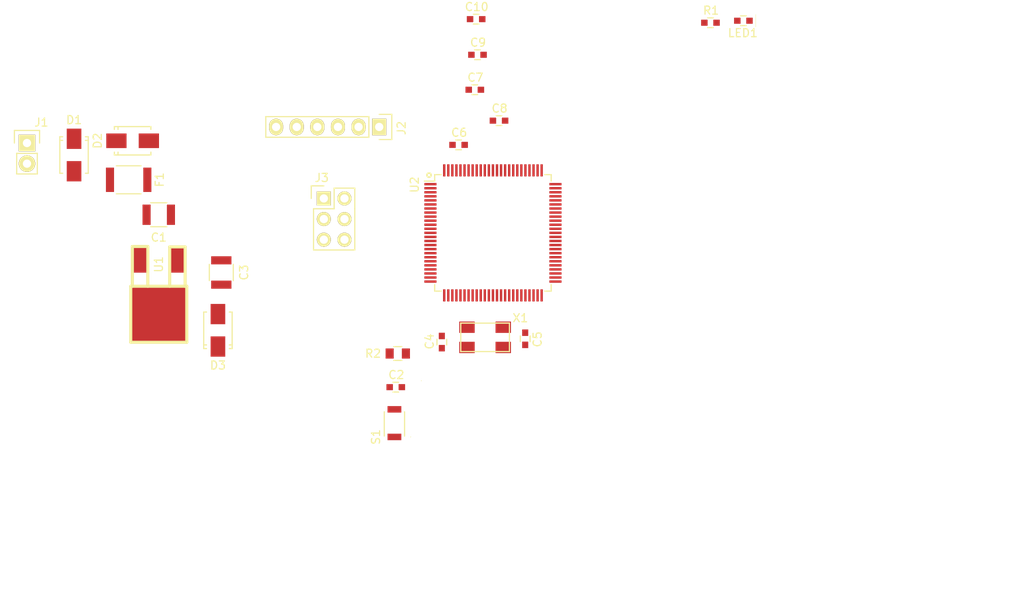
<source format=kicad_pcb>
(kicad_pcb (version 4) (host pcbnew 4.0.1-3.201512221402+6198~38~ubuntu14.04.1-stable)

  (general
    (links 58)
    (no_connects 58)
    (area 0 0 0 0)
    (thickness 1.6)
    (drawings 17)
    (tracks 0)
    (zones 0)
    (modules 24)
    (nets 17)
  )

  (page A4)
  (title_block
    (title "Atmega2560 KiCad Template")
    (date 2016-06-23)
    (rev v1.0)
    (company "Released under the CERN Open Hardware License v1.2")
    (comment 1 "wickerboxen@gmail.com - http://wickerbox.net")
    (comment 2 "Designed by Jenner at Wickerbox Electronics")
  )

  (layers
    (0 F.Cu signal)
    (31 B.Cu signal)
    (34 B.Paste user)
    (35 F.Paste user)
    (36 B.SilkS user)
    (37 F.SilkS user)
    (38 B.Mask user)
    (39 F.Mask user)
    (44 Edge.Cuts user)
    (46 B.CrtYd user)
    (47 F.CrtYd user)
    (48 B.Fab user)
    (49 F.Fab user)
  )

  (setup
    (last_trace_width 0.254)
    (user_trace_width 0.1524)
    (user_trace_width 0.254)
    (user_trace_width 0.3302)
    (user_trace_width 0.508)
    (user_trace_width 0.762)
    (user_trace_width 1.27)
    (trace_clearance 0.254)
    (zone_clearance 0.508)
    (zone_45_only no)
    (trace_min 0.1524)
    (segment_width 0.1524)
    (edge_width 0.15)
    (via_size 0.6858)
    (via_drill 0.3302)
    (via_min_size 0.6858)
    (via_min_drill 0.3302)
    (user_via 0.6858 0.3302)
    (user_via 0.762 0.4064)
    (user_via 0.8636 0.508)
    (uvia_size 0.6858)
    (uvia_drill 0.3302)
    (uvias_allowed no)
    (uvia_min_size 0)
    (uvia_min_drill 0)
    (pcb_text_width 0.3)
    (pcb_text_size 1.5 1.5)
    (mod_edge_width 0.15)
    (mod_text_size 1 1)
    (mod_text_width 0.15)
    (pad_size 1.524 1.524)
    (pad_drill 0.762)
    (pad_to_mask_clearance 0.2)
    (aux_axis_origin 124.968 123.825)
    (grid_origin 131.064 97.536)
    (visible_elements FFFCDF7D)
    (pcbplotparams
      (layerselection 0x00030_80000001)
      (usegerberextensions false)
      (excludeedgelayer true)
      (linewidth 0.100000)
      (plotframeref false)
      (viasonmask false)
      (mode 1)
      (useauxorigin false)
      (hpglpennumber 1)
      (hpglpenspeed 20)
      (hpglpendiameter 15)
      (hpglpenoverlay 2)
      (psnegative false)
      (psa4output false)
      (plotreference true)
      (plotvalue true)
      (plotinvisibletext false)
      (padsonsilk false)
      (subtractmaskfromsilk false)
      (outputformat 1)
      (mirror false)
      (drillshape 0)
      (scaleselection 1)
      (outputdirectory ""))
  )

  (net 0 "")
  (net 1 +12V)
  (net 2 GND)
  (net 3 /~RESET)
  (net 4 /FTDI_RESET)
  (net 5 "Net-(C3-Pad1)")
  (net 6 "Net-(C4-Pad1)")
  (net 7 "Net-(C5-Pad1)")
  (net 8 +5V)
  (net 9 /VIN)
  (net 10 "Net-(D2-Pad1)")
  (net 11 /FTDI_TXOUT)
  (net 12 /FTDI_RXIN)
  (net 13 /MISO)
  (net 14 /SCK)
  (net 15 /MOSI)
  (net 16 "Net-(LED1-Pad2)")

  (net_class Default "This is the default net class."
    (clearance 0.254)
    (trace_width 0.254)
    (via_dia 0.6858)
    (via_drill 0.3302)
    (uvia_dia 0.6858)
    (uvia_drill 0.3302)
    (add_net +12V)
    (add_net +5V)
    (add_net /FTDI_RESET)
    (add_net /FTDI_RXIN)
    (add_net /FTDI_TXOUT)
    (add_net /MISO)
    (add_net /MOSI)
    (add_net /SCK)
    (add_net /VIN)
    (add_net /~RESET)
    (add_net GND)
    (add_net "Net-(C3-Pad1)")
    (add_net "Net-(C4-Pad1)")
    (add_net "Net-(C5-Pad1)")
    (add_net "Net-(D2-Pad1)")
    (add_net "Net-(LED1-Pad2)")
  )

  (module Wickerlib:RLC-1210-SMD (layer F.Cu) (tedit 579033A7) (tstamp 57AFA20F)
    (at 71.91248 76.91628)
    (descr "Capacitor SMD RLC-1210-SMD, reflow soldering, AVX (see smccp.pdf)")
    (tags "capacitor RLC-1210-SMD")
    (path /572E8FD2)
    (attr smd)
    (fp_text reference C1 (at 0 0) (layer F.Fab)
      (effects (font (size 1 1) (thickness 0.15)))
    )
    (fp_text value "10uF 25V" (at 0 2.7) (layer F.Fab) hide
      (effects (font (size 1 1) (thickness 0.15)))
    )
    (fp_text user %R (at 0 2.794) (layer F.SilkS)
      (effects (font (size 1 1) (thickness 0.15)))
    )
    (fp_line (start -2.3 -1.6) (end 2.3 -1.6) (layer F.CrtYd) (width 0.05))
    (fp_line (start -2.3 1.6) (end 2.3 1.6) (layer F.CrtYd) (width 0.05))
    (fp_line (start -2.3 -1.6) (end -2.3 1.6) (layer F.CrtYd) (width 0.05))
    (fp_line (start 2.3 -1.6) (end 2.3 1.6) (layer F.CrtYd) (width 0.05))
    (fp_line (start 1 -1.475) (end -1 -1.475) (layer F.SilkS) (width 0.15))
    (fp_line (start -1 1.475) (end 1 1.475) (layer F.SilkS) (width 0.15))
    (fp_line (start -2.3 -1.6) (end -2.3 1.6) (layer F.Fab) (width 0.05))
    (fp_line (start -2.3 -1.6) (end 2.3 -1.6) (layer F.Fab) (width 0.05))
    (fp_line (start 2.3 -1.6) (end 2.3 1.6) (layer F.Fab) (width 0.05))
    (fp_line (start -2.3 1.6) (end 2.3 1.6) (layer F.Fab) (width 0.05))
    (pad 1 smd rect (at -1.5 0) (size 1 2.5) (layers F.Cu F.Paste F.Mask)
      (net 1 +12V))
    (pad 2 smd rect (at 1.5 0) (size 1 2.5) (layers F.Cu F.Paste F.Mask)
      (net 2 GND))
  )

  (module Wickerlib:RLC-0603-SMD (layer F.Cu) (tedit 579029AB) (tstamp 57AFA215)
    (at 101.10724 98.15322)
    (descr "Capacitor SMD RLC-0603-SMD, reflow soldering, AVX (see smccp.pdf)")
    (tags "capacitor RLC-0603-SMD")
    (path /574C35BF)
    (attr smd)
    (fp_text reference C2 (at 0.09 0.04) (layer F.Fab)
      (effects (font (size 0.8 0.8) (thickness 0.15)))
    )
    (fp_text value 100nF (at 0 1.9) (layer F.Fab) hide
      (effects (font (size 1 1) (thickness 0.15)))
    )
    (fp_text user %R (at 0.07 -1.51) (layer F.SilkS)
      (effects (font (size 1 1) (thickness 0.15)))
    )
    (fp_line (start -1.45 -0.75) (end 1.45 -0.75) (layer F.Fab) (width 0.05))
    (fp_line (start -1.45 0.75) (end 1.45 0.75) (layer F.CrtYd) (width 0.05))
    (fp_line (start -1.45 -0.75) (end -1.45 0.75) (layer F.CrtYd) (width 0.05))
    (fp_line (start 1.45 -0.75) (end 1.45 0.75) (layer F.CrtYd) (width 0.05))
    (fp_line (start -0.35 -0.6) (end 0.35 -0.6) (layer F.SilkS) (width 0.15))
    (fp_line (start 0.35 0.6) (end -0.35 0.6) (layer F.SilkS) (width 0.15))
    (fp_line (start -1.45 -0.75) (end 1.45 -0.75) (layer F.CrtYd) (width 0.05))
    (fp_line (start -1.45 -0.75) (end -1.45 0.75) (layer F.Fab) (width 0.05))
    (fp_line (start 1.45 -0.75) (end 1.45 0.75) (layer F.Fab) (width 0.05))
    (fp_line (start -1.45 0.75) (end 1.45 0.75) (layer F.Fab) (width 0.05))
    (pad 1 smd rect (at -0.75 0) (size 0.8 0.75) (layers F.Cu F.Paste F.Mask)
      (net 3 /~RESET))
    (pad 2 smd rect (at 0.75 0) (size 0.8 0.75) (layers F.Cu F.Paste F.Mask)
      (net 4 /FTDI_RESET))
  )

  (module Wickerlib:RLC-1210-SMD (layer F.Cu) (tedit 579033A7) (tstamp 57AFA21B)
    (at 79.6163 84.02942 90)
    (descr "Capacitor SMD RLC-1210-SMD, reflow soldering, AVX (see smccp.pdf)")
    (tags "capacitor RLC-1210-SMD")
    (path /572E8FEC)
    (attr smd)
    (fp_text reference C3 (at 0 0 90) (layer F.Fab)
      (effects (font (size 1 1) (thickness 0.15)))
    )
    (fp_text value "10uF 25V" (at 0 2.7 90) (layer F.Fab) hide
      (effects (font (size 1 1) (thickness 0.15)))
    )
    (fp_text user %R (at 0 2.794 90) (layer F.SilkS)
      (effects (font (size 1 1) (thickness 0.15)))
    )
    (fp_line (start -2.3 -1.6) (end 2.3 -1.6) (layer F.CrtYd) (width 0.05))
    (fp_line (start -2.3 1.6) (end 2.3 1.6) (layer F.CrtYd) (width 0.05))
    (fp_line (start -2.3 -1.6) (end -2.3 1.6) (layer F.CrtYd) (width 0.05))
    (fp_line (start 2.3 -1.6) (end 2.3 1.6) (layer F.CrtYd) (width 0.05))
    (fp_line (start 1 -1.475) (end -1 -1.475) (layer F.SilkS) (width 0.15))
    (fp_line (start -1 1.475) (end 1 1.475) (layer F.SilkS) (width 0.15))
    (fp_line (start -2.3 -1.6) (end -2.3 1.6) (layer F.Fab) (width 0.05))
    (fp_line (start -2.3 -1.6) (end 2.3 -1.6) (layer F.Fab) (width 0.05))
    (fp_line (start 2.3 -1.6) (end 2.3 1.6) (layer F.Fab) (width 0.05))
    (fp_line (start -2.3 1.6) (end 2.3 1.6) (layer F.Fab) (width 0.05))
    (pad 1 smd rect (at -1.5 0 90) (size 1 2.5) (layers F.Cu F.Paste F.Mask)
      (net 5 "Net-(C3-Pad1)"))
    (pad 2 smd rect (at 1.5 0 90) (size 1 2.5) (layers F.Cu F.Paste F.Mask)
      (net 2 GND))
  )

  (module Wickerlib:RLC-0603-SMD (layer F.Cu) (tedit 579029AB) (tstamp 57AFA221)
    (at 106.7816 92.60008 90)
    (descr "Capacitor SMD RLC-0603-SMD, reflow soldering, AVX (see smccp.pdf)")
    (tags "capacitor RLC-0603-SMD")
    (path /572E903D)
    (attr smd)
    (fp_text reference C4 (at 0.09 0.04 90) (layer F.Fab)
      (effects (font (size 0.8 0.8) (thickness 0.15)))
    )
    (fp_text value 22pF (at 0 1.9 90) (layer F.Fab) hide
      (effects (font (size 1 1) (thickness 0.15)))
    )
    (fp_text user %R (at 0.07 -1.51 90) (layer F.SilkS)
      (effects (font (size 1 1) (thickness 0.15)))
    )
    (fp_line (start -1.45 -0.75) (end 1.45 -0.75) (layer F.Fab) (width 0.05))
    (fp_line (start -1.45 0.75) (end 1.45 0.75) (layer F.CrtYd) (width 0.05))
    (fp_line (start -1.45 -0.75) (end -1.45 0.75) (layer F.CrtYd) (width 0.05))
    (fp_line (start 1.45 -0.75) (end 1.45 0.75) (layer F.CrtYd) (width 0.05))
    (fp_line (start -0.35 -0.6) (end 0.35 -0.6) (layer F.SilkS) (width 0.15))
    (fp_line (start 0.35 0.6) (end -0.35 0.6) (layer F.SilkS) (width 0.15))
    (fp_line (start -1.45 -0.75) (end 1.45 -0.75) (layer F.CrtYd) (width 0.05))
    (fp_line (start -1.45 -0.75) (end -1.45 0.75) (layer F.Fab) (width 0.05))
    (fp_line (start 1.45 -0.75) (end 1.45 0.75) (layer F.Fab) (width 0.05))
    (fp_line (start -1.45 0.75) (end 1.45 0.75) (layer F.Fab) (width 0.05))
    (pad 1 smd rect (at -0.75 0 90) (size 0.8 0.75) (layers F.Cu F.Paste F.Mask)
      (net 6 "Net-(C4-Pad1)"))
    (pad 2 smd rect (at 0.75 0 90) (size 0.8 0.75) (layers F.Cu F.Paste F.Mask)
      (net 2 GND))
  )

  (module Wickerlib:RLC-0603-SMD (layer F.Cu) (tedit 579029AB) (tstamp 57AFA227)
    (at 117.05082 92.19508 270)
    (descr "Capacitor SMD RLC-0603-SMD, reflow soldering, AVX (see smccp.pdf)")
    (tags "capacitor RLC-0603-SMD")
    (path /572E904B)
    (attr smd)
    (fp_text reference C5 (at 0.09 0.04 270) (layer F.Fab)
      (effects (font (size 0.8 0.8) (thickness 0.15)))
    )
    (fp_text value 22pF (at 0 1.9 270) (layer F.Fab) hide
      (effects (font (size 1 1) (thickness 0.15)))
    )
    (fp_text user %R (at 0.07 -1.51 270) (layer F.SilkS)
      (effects (font (size 1 1) (thickness 0.15)))
    )
    (fp_line (start -1.45 -0.75) (end 1.45 -0.75) (layer F.Fab) (width 0.05))
    (fp_line (start -1.45 0.75) (end 1.45 0.75) (layer F.CrtYd) (width 0.05))
    (fp_line (start -1.45 -0.75) (end -1.45 0.75) (layer F.CrtYd) (width 0.05))
    (fp_line (start 1.45 -0.75) (end 1.45 0.75) (layer F.CrtYd) (width 0.05))
    (fp_line (start -0.35 -0.6) (end 0.35 -0.6) (layer F.SilkS) (width 0.15))
    (fp_line (start 0.35 0.6) (end -0.35 0.6) (layer F.SilkS) (width 0.15))
    (fp_line (start -1.45 -0.75) (end 1.45 -0.75) (layer F.CrtYd) (width 0.05))
    (fp_line (start -1.45 -0.75) (end -1.45 0.75) (layer F.Fab) (width 0.05))
    (fp_line (start 1.45 -0.75) (end 1.45 0.75) (layer F.Fab) (width 0.05))
    (fp_line (start -1.45 0.75) (end 1.45 0.75) (layer F.Fab) (width 0.05))
    (pad 1 smd rect (at -0.75 0 270) (size 0.8 0.75) (layers F.Cu F.Paste F.Mask)
      (net 7 "Net-(C5-Pad1)"))
    (pad 2 smd rect (at 0.75 0 270) (size 0.8 0.75) (layers F.Cu F.Paste F.Mask)
      (net 2 GND))
  )

  (module Wickerlib:RLC-0603-SMD (layer F.Cu) (tedit 579029AB) (tstamp 57AFA22D)
    (at 108.84592 68.30822)
    (descr "Capacitor SMD RLC-0603-SMD, reflow soldering, AVX (see smccp.pdf)")
    (tags "capacitor RLC-0603-SMD")
    (path /576DE533)
    (attr smd)
    (fp_text reference C6 (at 0.09 0.04) (layer F.Fab)
      (effects (font (size 0.8 0.8) (thickness 0.15)))
    )
    (fp_text value 100nF (at 0 1.9) (layer F.Fab) hide
      (effects (font (size 1 1) (thickness 0.15)))
    )
    (fp_text user %R (at 0.07 -1.51) (layer F.SilkS)
      (effects (font (size 1 1) (thickness 0.15)))
    )
    (fp_line (start -1.45 -0.75) (end 1.45 -0.75) (layer F.Fab) (width 0.05))
    (fp_line (start -1.45 0.75) (end 1.45 0.75) (layer F.CrtYd) (width 0.05))
    (fp_line (start -1.45 -0.75) (end -1.45 0.75) (layer F.CrtYd) (width 0.05))
    (fp_line (start 1.45 -0.75) (end 1.45 0.75) (layer F.CrtYd) (width 0.05))
    (fp_line (start -0.35 -0.6) (end 0.35 -0.6) (layer F.SilkS) (width 0.15))
    (fp_line (start 0.35 0.6) (end -0.35 0.6) (layer F.SilkS) (width 0.15))
    (fp_line (start -1.45 -0.75) (end 1.45 -0.75) (layer F.CrtYd) (width 0.05))
    (fp_line (start -1.45 -0.75) (end -1.45 0.75) (layer F.Fab) (width 0.05))
    (fp_line (start 1.45 -0.75) (end 1.45 0.75) (layer F.Fab) (width 0.05))
    (fp_line (start -1.45 0.75) (end 1.45 0.75) (layer F.Fab) (width 0.05))
    (pad 1 smd rect (at -0.75 0) (size 0.8 0.75) (layers F.Cu F.Paste F.Mask)
      (net 8 +5V))
    (pad 2 smd rect (at 0.75 0) (size 0.8 0.75) (layers F.Cu F.Paste F.Mask)
      (net 2 GND))
  )

  (module Wickerlib:RLC-0603-SMD (layer F.Cu) (tedit 579029AB) (tstamp 57AFA233)
    (at 110.84376 61.5188)
    (descr "Capacitor SMD RLC-0603-SMD, reflow soldering, AVX (see smccp.pdf)")
    (tags "capacitor RLC-0603-SMD")
    (path /57327818)
    (attr smd)
    (fp_text reference C7 (at 0.09 0.04) (layer F.Fab)
      (effects (font (size 0.8 0.8) (thickness 0.15)))
    )
    (fp_text value 100nF (at 0 1.9) (layer F.Fab) hide
      (effects (font (size 1 1) (thickness 0.15)))
    )
    (fp_text user %R (at 0.07 -1.51) (layer F.SilkS)
      (effects (font (size 1 1) (thickness 0.15)))
    )
    (fp_line (start -1.45 -0.75) (end 1.45 -0.75) (layer F.Fab) (width 0.05))
    (fp_line (start -1.45 0.75) (end 1.45 0.75) (layer F.CrtYd) (width 0.05))
    (fp_line (start -1.45 -0.75) (end -1.45 0.75) (layer F.CrtYd) (width 0.05))
    (fp_line (start 1.45 -0.75) (end 1.45 0.75) (layer F.CrtYd) (width 0.05))
    (fp_line (start -0.35 -0.6) (end 0.35 -0.6) (layer F.SilkS) (width 0.15))
    (fp_line (start 0.35 0.6) (end -0.35 0.6) (layer F.SilkS) (width 0.15))
    (fp_line (start -1.45 -0.75) (end 1.45 -0.75) (layer F.CrtYd) (width 0.05))
    (fp_line (start -1.45 -0.75) (end -1.45 0.75) (layer F.Fab) (width 0.05))
    (fp_line (start 1.45 -0.75) (end 1.45 0.75) (layer F.Fab) (width 0.05))
    (fp_line (start -1.45 0.75) (end 1.45 0.75) (layer F.Fab) (width 0.05))
    (pad 1 smd rect (at -0.75 0) (size 0.8 0.75) (layers F.Cu F.Paste F.Mask)
      (net 8 +5V))
    (pad 2 smd rect (at 0.75 0) (size 0.8 0.75) (layers F.Cu F.Paste F.Mask)
      (net 2 GND))
  )

  (module Wickerlib:RLC-0603-SMD (layer F.Cu) (tedit 579029AB) (tstamp 57AFA239)
    (at 113.82572 65.32626)
    (descr "Capacitor SMD RLC-0603-SMD, reflow soldering, AVX (see smccp.pdf)")
    (tags "capacitor RLC-0603-SMD")
    (path /57327B4E)
    (attr smd)
    (fp_text reference C8 (at 0.09 0.04) (layer F.Fab)
      (effects (font (size 0.8 0.8) (thickness 0.15)))
    )
    (fp_text value 100nF (at 0 1.9) (layer F.Fab) hide
      (effects (font (size 1 1) (thickness 0.15)))
    )
    (fp_text user %R (at 0.07 -1.51) (layer F.SilkS)
      (effects (font (size 1 1) (thickness 0.15)))
    )
    (fp_line (start -1.45 -0.75) (end 1.45 -0.75) (layer F.Fab) (width 0.05))
    (fp_line (start -1.45 0.75) (end 1.45 0.75) (layer F.CrtYd) (width 0.05))
    (fp_line (start -1.45 -0.75) (end -1.45 0.75) (layer F.CrtYd) (width 0.05))
    (fp_line (start 1.45 -0.75) (end 1.45 0.75) (layer F.CrtYd) (width 0.05))
    (fp_line (start -0.35 -0.6) (end 0.35 -0.6) (layer F.SilkS) (width 0.15))
    (fp_line (start 0.35 0.6) (end -0.35 0.6) (layer F.SilkS) (width 0.15))
    (fp_line (start -1.45 -0.75) (end 1.45 -0.75) (layer F.CrtYd) (width 0.05))
    (fp_line (start -1.45 -0.75) (end -1.45 0.75) (layer F.Fab) (width 0.05))
    (fp_line (start 1.45 -0.75) (end 1.45 0.75) (layer F.Fab) (width 0.05))
    (fp_line (start -1.45 0.75) (end 1.45 0.75) (layer F.Fab) (width 0.05))
    (pad 1 smd rect (at -0.75 0) (size 0.8 0.75) (layers F.Cu F.Paste F.Mask)
      (net 8 +5V))
    (pad 2 smd rect (at 0.75 0) (size 0.8 0.75) (layers F.Cu F.Paste F.Mask)
      (net 2 GND))
  )

  (module Wickerlib:RLC-0603-SMD (layer F.Cu) (tedit 579029AB) (tstamp 57AFA23F)
    (at 111.17396 57.21096)
    (descr "Capacitor SMD RLC-0603-SMD, reflow soldering, AVX (see smccp.pdf)")
    (tags "capacitor RLC-0603-SMD")
    (path /57327C88)
    (attr smd)
    (fp_text reference C9 (at 0.09 0.04) (layer F.Fab)
      (effects (font (size 0.8 0.8) (thickness 0.15)))
    )
    (fp_text value 100nF (at 0 1.9) (layer F.Fab) hide
      (effects (font (size 1 1) (thickness 0.15)))
    )
    (fp_text user %R (at 0.07 -1.51) (layer F.SilkS)
      (effects (font (size 1 1) (thickness 0.15)))
    )
    (fp_line (start -1.45 -0.75) (end 1.45 -0.75) (layer F.Fab) (width 0.05))
    (fp_line (start -1.45 0.75) (end 1.45 0.75) (layer F.CrtYd) (width 0.05))
    (fp_line (start -1.45 -0.75) (end -1.45 0.75) (layer F.CrtYd) (width 0.05))
    (fp_line (start 1.45 -0.75) (end 1.45 0.75) (layer F.CrtYd) (width 0.05))
    (fp_line (start -0.35 -0.6) (end 0.35 -0.6) (layer F.SilkS) (width 0.15))
    (fp_line (start 0.35 0.6) (end -0.35 0.6) (layer F.SilkS) (width 0.15))
    (fp_line (start -1.45 -0.75) (end 1.45 -0.75) (layer F.CrtYd) (width 0.05))
    (fp_line (start -1.45 -0.75) (end -1.45 0.75) (layer F.Fab) (width 0.05))
    (fp_line (start 1.45 -0.75) (end 1.45 0.75) (layer F.Fab) (width 0.05))
    (fp_line (start -1.45 0.75) (end 1.45 0.75) (layer F.Fab) (width 0.05))
    (pad 1 smd rect (at -0.75 0) (size 0.8 0.75) (layers F.Cu F.Paste F.Mask)
      (net 8 +5V))
    (pad 2 smd rect (at 0.75 0) (size 0.8 0.75) (layers F.Cu F.Paste F.Mask)
      (net 2 GND))
  )

  (module Wickerlib:RLC-0603-SMD (layer F.Cu) (tedit 579029AB) (tstamp 57AFA245)
    (at 111.00886 52.82184)
    (descr "Capacitor SMD RLC-0603-SMD, reflow soldering, AVX (see smccp.pdf)")
    (tags "capacitor RLC-0603-SMD")
    (path /576DF735)
    (attr smd)
    (fp_text reference C10 (at 0.09 0.04) (layer F.Fab)
      (effects (font (size 0.8 0.8) (thickness 0.15)))
    )
    (fp_text value 100nF (at 0 1.9) (layer F.Fab) hide
      (effects (font (size 1 1) (thickness 0.15)))
    )
    (fp_text user %R (at 0.07 -1.51) (layer F.SilkS)
      (effects (font (size 1 1) (thickness 0.15)))
    )
    (fp_line (start -1.45 -0.75) (end 1.45 -0.75) (layer F.Fab) (width 0.05))
    (fp_line (start -1.45 0.75) (end 1.45 0.75) (layer F.CrtYd) (width 0.05))
    (fp_line (start -1.45 -0.75) (end -1.45 0.75) (layer F.CrtYd) (width 0.05))
    (fp_line (start 1.45 -0.75) (end 1.45 0.75) (layer F.CrtYd) (width 0.05))
    (fp_line (start -0.35 -0.6) (end 0.35 -0.6) (layer F.SilkS) (width 0.15))
    (fp_line (start 0.35 0.6) (end -0.35 0.6) (layer F.SilkS) (width 0.15))
    (fp_line (start -1.45 -0.75) (end 1.45 -0.75) (layer F.CrtYd) (width 0.05))
    (fp_line (start -1.45 -0.75) (end -1.45 0.75) (layer F.Fab) (width 0.05))
    (fp_line (start 1.45 -0.75) (end 1.45 0.75) (layer F.Fab) (width 0.05))
    (fp_line (start -1.45 0.75) (end 1.45 0.75) (layer F.Fab) (width 0.05))
    (pad 1 smd rect (at -0.75 0) (size 0.8 0.75) (layers F.Cu F.Paste F.Mask)
      (net 8 +5V))
    (pad 2 smd rect (at 0.75 0) (size 0.8 0.75) (layers F.Cu F.Paste F.Mask)
      (net 2 GND))
  )

  (module Wickerlib:DIODE-SMA (layer F.Cu) (tedit 579032A9) (tstamp 57AFA24B)
    (at 61.47816 69.5579 270)
    (descr "Diode SMA")
    (tags "Diode SMA")
    (path /57303E8A)
    (attr smd)
    (fp_text reference D1 (at 0 0 450) (layer F.Fab)
      (effects (font (size 1 1) (thickness 0.15)))
    )
    (fp_text value 14V (at 0 0 270) (layer F.Fab) hide
      (effects (font (size 1 1) (thickness 0.15)))
    )
    (fp_line (start -3.048 -1.524) (end -3.048 1.524) (layer F.Fab) (width 0.1))
    (fp_text user %R (at -4.318 0 360) (layer F.SilkS)
      (effects (font (size 1 1) (thickness 0.15)))
    )
    (fp_line (start -3.5 -2) (end 3.5 -2) (layer F.CrtYd) (width 0.05))
    (fp_line (start 3.5 -2) (end 3.5 2) (layer F.CrtYd) (width 0.05))
    (fp_line (start 3.5 2) (end -3.5 2) (layer F.CrtYd) (width 0.05))
    (fp_line (start -3.5 2) (end -3.5 -2) (layer F.CrtYd) (width 0.05))
    (fp_circle (center 0 0) (end 0.20066 -0.0508) (layer F.Adhes) (width 0.381))
    (fp_line (start -1.79914 1.75006) (end -1.79914 1.39954) (layer F.SilkS) (width 0.15))
    (fp_line (start -1.79914 -1.75006) (end -1.79914 -1.39954) (layer F.SilkS) (width 0.15))
    (fp_line (start 2.25044 1.75006) (end 2.25044 1.39954) (layer F.SilkS) (width 0.15))
    (fp_line (start -2.25044 1.75006) (end -2.25044 1.39954) (layer F.SilkS) (width 0.15))
    (fp_line (start -2.25044 -1.75006) (end -2.25044 -1.39954) (layer F.SilkS) (width 0.15))
    (fp_line (start 2.25044 -1.75006) (end 2.25044 -1.39954) (layer F.SilkS) (width 0.15))
    (fp_line (start -2.25044 1.75006) (end 2.25044 1.75006) (layer F.SilkS) (width 0.15))
    (fp_line (start -2.25044 -1.75006) (end 2.25044 -1.75006) (layer F.SilkS) (width 0.15))
    (fp_line (start -3.5 2) (end -3.5 -2) (layer F.Fab) (width 0.05))
    (fp_line (start 3.5 2) (end -3.5 2) (layer F.Fab) (width 0.05))
    (fp_line (start 3.5 -2) (end 3.5 2) (layer F.Fab) (width 0.05))
    (fp_line (start -3.5 -2) (end 3.5 -2) (layer F.Fab) (width 0.05))
    (pad 1 smd rect (at -1.99898 0 270) (size 2.49936 1.80086) (layers F.Cu F.Paste F.Mask)
      (net 9 /VIN))
    (pad 2 smd rect (at 1.99898 0 270) (size 2.49936 1.80086) (layers F.Cu F.Paste F.Mask)
      (net 2 GND))
  )

  (module Wickerlib:DIODE-SMA (layer F.Cu) (tedit 579032A9) (tstamp 57AFA251)
    (at 68.6943 67.8053)
    (descr "Diode SMA")
    (tags "Diode SMA")
    (path /573232D9)
    (attr smd)
    (fp_text reference D2 (at 0 0 180) (layer F.Fab)
      (effects (font (size 1 1) (thickness 0.15)))
    )
    (fp_text value "20V 1A" (at 0 0) (layer F.Fab) hide
      (effects (font (size 1 1) (thickness 0.15)))
    )
    (fp_line (start -3.048 -1.524) (end -3.048 1.524) (layer F.Fab) (width 0.1))
    (fp_text user %R (at -4.318 0 90) (layer F.SilkS)
      (effects (font (size 1 1) (thickness 0.15)))
    )
    (fp_line (start -3.5 -2) (end 3.5 -2) (layer F.CrtYd) (width 0.05))
    (fp_line (start 3.5 -2) (end 3.5 2) (layer F.CrtYd) (width 0.05))
    (fp_line (start 3.5 2) (end -3.5 2) (layer F.CrtYd) (width 0.05))
    (fp_line (start -3.5 2) (end -3.5 -2) (layer F.CrtYd) (width 0.05))
    (fp_circle (center 0 0) (end 0.20066 -0.0508) (layer F.Adhes) (width 0.381))
    (fp_line (start -1.79914 1.75006) (end -1.79914 1.39954) (layer F.SilkS) (width 0.15))
    (fp_line (start -1.79914 -1.75006) (end -1.79914 -1.39954) (layer F.SilkS) (width 0.15))
    (fp_line (start 2.25044 1.75006) (end 2.25044 1.39954) (layer F.SilkS) (width 0.15))
    (fp_line (start -2.25044 1.75006) (end -2.25044 1.39954) (layer F.SilkS) (width 0.15))
    (fp_line (start -2.25044 -1.75006) (end -2.25044 -1.39954) (layer F.SilkS) (width 0.15))
    (fp_line (start 2.25044 -1.75006) (end 2.25044 -1.39954) (layer F.SilkS) (width 0.15))
    (fp_line (start -2.25044 1.75006) (end 2.25044 1.75006) (layer F.SilkS) (width 0.15))
    (fp_line (start -2.25044 -1.75006) (end 2.25044 -1.75006) (layer F.SilkS) (width 0.15))
    (fp_line (start -3.5 2) (end -3.5 -2) (layer F.Fab) (width 0.05))
    (fp_line (start 3.5 2) (end -3.5 2) (layer F.Fab) (width 0.05))
    (fp_line (start 3.5 -2) (end 3.5 2) (layer F.Fab) (width 0.05))
    (fp_line (start -3.5 -2) (end 3.5 -2) (layer F.Fab) (width 0.05))
    (pad 1 smd rect (at -1.99898 0) (size 2.49936 1.80086) (layers F.Cu F.Paste F.Mask)
      (net 10 "Net-(D2-Pad1)"))
    (pad 2 smd rect (at 1.99898 0) (size 2.49936 1.80086) (layers F.Cu F.Paste F.Mask)
      (net 9 /VIN))
  )

  (module Wickerlib:DIODE-SMA (layer F.Cu) (tedit 579032A9) (tstamp 57AFA257)
    (at 79.20228 91.15044 90)
    (descr "Diode SMA")
    (tags "Diode SMA")
    (path /574C79CC)
    (attr smd)
    (fp_text reference D3 (at 0 0 270) (layer F.Fab)
      (effects (font (size 1 1) (thickness 0.15)))
    )
    (fp_text value "20V 1A" (at 0 0 90) (layer F.Fab) hide
      (effects (font (size 1 1) (thickness 0.15)))
    )
    (fp_line (start -3.048 -1.524) (end -3.048 1.524) (layer F.Fab) (width 0.1))
    (fp_text user %R (at -4.318 0 180) (layer F.SilkS)
      (effects (font (size 1 1) (thickness 0.15)))
    )
    (fp_line (start -3.5 -2) (end 3.5 -2) (layer F.CrtYd) (width 0.05))
    (fp_line (start 3.5 -2) (end 3.5 2) (layer F.CrtYd) (width 0.05))
    (fp_line (start 3.5 2) (end -3.5 2) (layer F.CrtYd) (width 0.05))
    (fp_line (start -3.5 2) (end -3.5 -2) (layer F.CrtYd) (width 0.05))
    (fp_circle (center 0 0) (end 0.20066 -0.0508) (layer F.Adhes) (width 0.381))
    (fp_line (start -1.79914 1.75006) (end -1.79914 1.39954) (layer F.SilkS) (width 0.15))
    (fp_line (start -1.79914 -1.75006) (end -1.79914 -1.39954) (layer F.SilkS) (width 0.15))
    (fp_line (start 2.25044 1.75006) (end 2.25044 1.39954) (layer F.SilkS) (width 0.15))
    (fp_line (start -2.25044 1.75006) (end -2.25044 1.39954) (layer F.SilkS) (width 0.15))
    (fp_line (start -2.25044 -1.75006) (end -2.25044 -1.39954) (layer F.SilkS) (width 0.15))
    (fp_line (start 2.25044 -1.75006) (end 2.25044 -1.39954) (layer F.SilkS) (width 0.15))
    (fp_line (start -2.25044 1.75006) (end 2.25044 1.75006) (layer F.SilkS) (width 0.15))
    (fp_line (start -2.25044 -1.75006) (end 2.25044 -1.75006) (layer F.SilkS) (width 0.15))
    (fp_line (start -3.5 2) (end -3.5 -2) (layer F.Fab) (width 0.05))
    (fp_line (start 3.5 2) (end -3.5 2) (layer F.Fab) (width 0.05))
    (fp_line (start 3.5 -2) (end 3.5 2) (layer F.Fab) (width 0.05))
    (fp_line (start -3.5 -2) (end 3.5 -2) (layer F.Fab) (width 0.05))
    (pad 1 smd rect (at -1.99898 0 90) (size 2.49936 1.80086) (layers F.Cu F.Paste F.Mask)
      (net 8 +5V))
    (pad 2 smd rect (at 1.99898 0 90) (size 2.49936 1.80086) (layers F.Cu F.Paste F.Mask)
      (net 5 "Net-(C3-Pad1)"))
  )

  (module Wickerlib:RLC-1812-SMD (layer F.Cu) (tedit 579037B4) (tstamp 57AFA25D)
    (at 68.20532 72.61098 180)
    (descr "Capacitor SMD RLC-1812-SMD, reflow soldering, AVX (see smccp.pdf)")
    (tags "capacitor RLC-1812-SMD")
    (path /572FA18F)
    (attr smd)
    (fp_text reference F1 (at 0 0 180) (layer F.Fab)
      (effects (font (size 1 1) (thickness 0.15)))
    )
    (fp_text value "1.1A 25V" (at 0 0 180) (layer F.Fab) hide
      (effects (font (size 1 1) (thickness 0.15)))
    )
    (fp_text user %R (at -3.81 0 270) (layer F.SilkS)
      (effects (font (size 1 1) (thickness 0.15)))
    )
    (fp_line (start -3.1 -1.85) (end 3.1 -1.85) (layer F.Fab) (width 0.05))
    (fp_line (start -3.1 1.85) (end 3.1 1.85) (layer F.Fab) (width 0.05))
    (fp_line (start -3.1 -1.85) (end -3.1 1.85) (layer F.CrtYd) (width 0.05))
    (fp_line (start 3.1 -1.85) (end 3.1 1.85) (layer F.CrtYd) (width 0.05))
    (fp_line (start 1.524 -1.725) (end -1.524 -1.725) (layer F.SilkS) (width 0.15))
    (fp_line (start -1.524 1.725) (end 1.524 1.725) (layer F.SilkS) (width 0.15))
    (fp_line (start -3.1 1.85) (end 3.1 1.85) (layer F.CrtYd) (width 0.05))
    (fp_line (start 3.1 -1.85) (end 3.1 1.85) (layer F.Fab) (width 0.05))
    (fp_line (start -3.1 -1.85) (end -3.1 1.85) (layer F.Fab) (width 0.05))
    (fp_line (start -3.1 -1.85) (end 3.1 -1.85) (layer F.CrtYd) (width 0.05))
    (pad 1 smd rect (at -2.3 0 180) (size 1 3) (layers F.Cu F.Paste F.Mask)
      (net 1 +12V))
    (pad 2 smd rect (at 2.3 0 180) (size 1 3) (layers F.Cu F.Paste F.Mask)
      (net 10 "Net-(D2-Pad1)"))
  )

  (module Wickerlib:CONN-ONSHORE-SCREW-GREEN-2PIN-TH (layer F.Cu) (tedit 57902EA8) (tstamp 57AFA263)
    (at 55.68188 68.08216)
    (descr "Through hole pin header")
    (tags "pin header")
    (path /57321F60)
    (fp_text reference J1 (at 0 1.27) (layer F.Fab)
      (effects (font (size 1 1) (thickness 0.15)))
    )
    (fp_text value INPUT (at -2.286 1.27 90) (layer F.Fab) hide
      (effects (font (size 1 1) (thickness 0.15)))
    )
    (fp_text user %R (at 1.778 -2.54) (layer F.SilkS)
      (effects (font (size 1 1) (thickness 0.15)))
    )
    (fp_line (start 1.27 1.27) (end 1.27 3.81) (layer F.SilkS) (width 0.15))
    (fp_line (start 1.55 -1.55) (end 1.55 0) (layer F.SilkS) (width 0.15))
    (fp_line (start -3.3 -1.75) (end -3.3 4.3) (layer F.CrtYd) (width 0.05))
    (fp_line (start 3.3 -1.75) (end 3.3 4.3) (layer F.CrtYd) (width 0.05))
    (fp_line (start -3.3 -1.75) (end 3.3 -1.74244) (layer F.CrtYd) (width 0.05))
    (fp_line (start -3.3 4.3) (end 3.3 4.3) (layer F.CrtYd) (width 0.05))
    (fp_line (start 1.27 1.27) (end -1.27 1.27) (layer F.SilkS) (width 0.15))
    (fp_line (start -1.55 0) (end -1.55 -1.55) (layer F.SilkS) (width 0.15))
    (fp_line (start -1.55 -1.55) (end 1.55 -1.55) (layer F.SilkS) (width 0.15))
    (fp_line (start -1.27 1.27) (end -1.27 3.81) (layer F.SilkS) (width 0.15))
    (fp_line (start -1.27 3.81) (end 1.27 3.81) (layer F.SilkS) (width 0.15))
    (fp_line (start -3.3 -1.75) (end 3.3 -1.74244) (layer F.Fab) (width 0.05))
    (fp_line (start -3.3 -1.75) (end -3.3 4.3) (layer F.Fab) (width 0.05))
    (fp_line (start 3.3 -1.75) (end 3.3 4.3) (layer F.Fab) (width 0.05))
    (fp_line (start -3.3 4.3) (end 3.3 4.3) (layer F.Fab) (width 0.05))
    (pad 1 thru_hole rect (at 0 0) (size 2.032 2.032) (drill 1.016) (layers *.Cu *.Mask F.SilkS)
      (net 9 /VIN))
    (pad 2 thru_hole oval (at 0 2.54) (size 2.032 2.032) (drill 1.016) (layers *.Cu *.Mask F.SilkS)
      (net 2 GND))
  )

  (module Wickerlib:CONN-HEADER-STRAIGHT-P2.54MM-1x06 (layer F.Cu) (tedit 57902EFA) (tstamp 57AFA26D)
    (at 99.06762 66.10096 270)
    (descr "Through hole pin header")
    (tags "pin header")
    (path /574C434D)
    (fp_text reference J2 (at 0.17 8.39 360) (layer F.Fab)
      (effects (font (size 1 1) (thickness 0.15)))
    )
    (fp_text value FTDI (at -2.63 6.86 360) (layer F.Fab) hide
      (effects (font (size 1 1) (thickness 0.15)))
    )
    (fp_circle (center 0 0) (end 0.254 0.254) (layer F.Fab) (width 0.3))
    (fp_text user %R (at 0.14 -2.74 450) (layer F.SilkS)
      (effects (font (size 1 1) (thickness 0.15)))
    )
    (fp_line (start -1.75 -1.75) (end -1.75 14.45) (layer F.CrtYd) (width 0.05))
    (fp_line (start 1.75 -1.75) (end 1.75 14.45) (layer F.CrtYd) (width 0.05))
    (fp_line (start -1.75 -1.75) (end 1.75 -1.75) (layer F.CrtYd) (width 0.05))
    (fp_line (start -1.75 14.45) (end 1.75 14.45) (layer F.CrtYd) (width 0.05))
    (fp_line (start 1.27 1.27) (end 1.27 13.97) (layer F.SilkS) (width 0.15))
    (fp_line (start 1.27 13.97) (end -1.27 13.97) (layer F.SilkS) (width 0.15))
    (fp_line (start -1.27 13.97) (end -1.27 1.27) (layer F.SilkS) (width 0.15))
    (fp_line (start 1.55 -1.55) (end 1.55 0) (layer F.SilkS) (width 0.15))
    (fp_line (start 1.27 1.27) (end -1.27 1.27) (layer F.SilkS) (width 0.15))
    (fp_line (start -1.55 0) (end -1.55 -1.55) (layer F.SilkS) (width 0.15))
    (fp_line (start -1.55 -1.55) (end 1.55 -1.55) (layer F.SilkS) (width 0.15))
    (fp_line (start -1.75 -1.75) (end -1.75 14.45) (layer F.Fab) (width 0.05))
    (fp_line (start -1.76 -1.74) (end 1.74 -1.74) (layer F.Fab) (width 0.05))
    (fp_line (start 1.73 -1.76) (end 1.73 14.44) (layer F.Fab) (width 0.05))
    (fp_line (start -1.77 14.43) (end 1.73 14.43) (layer F.Fab) (width 0.05))
    (pad 1 thru_hole rect (at 0 0 270) (size 2.032 1.7272) (drill 1.016) (layers *.Cu *.Mask F.SilkS)
      (net 4 /FTDI_RESET))
    (pad 2 thru_hole oval (at 0 2.54 270) (size 2.032 1.7272) (drill 1.016) (layers *.Cu *.Mask F.SilkS)
      (net 11 /FTDI_TXOUT))
    (pad 3 thru_hole oval (at 0 5.08 270) (size 2.032 1.7272) (drill 1.016) (layers *.Cu *.Mask F.SilkS)
      (net 12 /FTDI_RXIN))
    (pad 4 thru_hole oval (at 0 7.62 270) (size 2.032 1.7272) (drill 1.016) (layers *.Cu *.Mask F.SilkS)
      (net 8 +5V))
    (pad 5 thru_hole oval (at 0 10.16 270) (size 2.032 1.7272) (drill 1.016) (layers *.Cu *.Mask F.SilkS))
    (pad 6 thru_hole oval (at 0 12.7 270) (size 2.032 1.7272) (drill 1.016) (layers *.Cu *.Mask F.SilkS)
      (net 2 GND))
  )

  (module Wickerlib:CONN-HEADER-STRAIGHT-P2.54MM-2x03 (layer F.Cu) (tedit 57903952) (tstamp 57AFA277)
    (at 92.24772 74.90714)
    (descr "Through hole pin header")
    (tags "pin header")
    (path /5745627C)
    (fp_text reference J3 (at 1.27 2.54) (layer F.Fab)
      (effects (font (size 1 1) (thickness 0.15)))
    )
    (fp_text value ISP-2560 (at 3.556 2.794 90) (layer F.Fab) hide
      (effects (font (size 1 1) (thickness 0.15)))
    )
    (fp_text user %R (at -0.254 -2.54) (layer F.SilkS)
      (effects (font (size 1 1) (thickness 0.15)))
    )
    (fp_line (start 4.318 6.858) (end 4.318 -1.778) (layer F.Fab) (width 0.05))
    (fp_line (start -1.778 6.858) (end 4.318 6.858) (layer F.Fab) (width 0.05))
    (fp_line (start -1.778 -1.778) (end -1.778 6.858) (layer F.Fab) (width 0.05))
    (fp_line (start 4.318 -1.778) (end -1.778 -1.778) (layer F.Fab) (width 0.05))
    (fp_circle (center 0 0) (end 0 0.254) (layer F.Fab) (width 0.2))
    (fp_line (start -1.27 1.27) (end -1.27 6.35) (layer F.SilkS) (width 0.15))
    (fp_line (start -1.55 -1.55) (end 0 -1.55) (layer F.SilkS) (width 0.15))
    (fp_line (start -1.75 -1.75) (end -1.75 6.85) (layer F.CrtYd) (width 0.05))
    (fp_line (start 4.3 -1.75) (end 4.3 6.85) (layer F.CrtYd) (width 0.05))
    (fp_line (start -1.75 -1.75) (end 4.3 -1.75) (layer F.CrtYd) (width 0.05))
    (fp_line (start -1.75 6.85) (end 4.3 6.85) (layer F.CrtYd) (width 0.05))
    (fp_line (start 1.27 -1.27) (end 1.27 1.27) (layer F.SilkS) (width 0.15))
    (fp_line (start 1.27 1.27) (end -1.27 1.27) (layer F.SilkS) (width 0.15))
    (fp_line (start -1.27 6.35) (end 3.81 6.35) (layer F.SilkS) (width 0.15))
    (fp_line (start 3.81 6.35) (end 3.81 1.27) (layer F.SilkS) (width 0.15))
    (fp_line (start -1.55 -1.55) (end -1.55 0) (layer F.SilkS) (width 0.15))
    (fp_line (start 3.81 -1.27) (end 1.27 -1.27) (layer F.SilkS) (width 0.15))
    (fp_line (start 3.81 1.27) (end 3.81 -1.27) (layer F.SilkS) (width 0.15))
    (pad 1 thru_hole rect (at 0 0) (size 1.7272 1.7272) (drill 1.016) (layers *.Cu *.Mask F.SilkS)
      (net 13 /MISO))
    (pad 2 thru_hole oval (at 2.54 0) (size 1.7272 1.7272) (drill 1.016) (layers *.Cu *.Mask F.SilkS)
      (net 8 +5V))
    (pad 3 thru_hole oval (at 0 2.54) (size 1.7272 1.7272) (drill 1.016) (layers *.Cu *.Mask F.SilkS)
      (net 14 /SCK))
    (pad 4 thru_hole oval (at 2.54 2.54) (size 1.7272 1.7272) (drill 1.016) (layers *.Cu *.Mask F.SilkS)
      (net 15 /MOSI))
    (pad 5 thru_hole oval (at 0 5.08) (size 1.7272 1.7272) (drill 1.016) (layers *.Cu *.Mask F.SilkS)
      (net 3 /~RESET))
    (pad 6 thru_hole oval (at 2.54 5.08) (size 1.7272 1.7272) (drill 1.016) (layers *.Cu *.Mask F.SilkS)
      (net 2 GND))
  )

  (module Wickerlib:LED-0603-SMD (layer F.Cu) (tedit 57903B26) (tstamp 57AFA27D)
    (at 143.9298 53.01742 180)
    (descr "Capacitor SMD 0603, reflow soldering, AVX (see smccp.pdf)")
    (tags "capacitor 0603")
    (path /576B0DE7)
    (attr smd)
    (fp_text reference LED1 (at 0.09 0.04 180) (layer F.Fab)
      (effects (font (size 0.8 0.8) (thickness 0.15)))
    )
    (fp_text value AMBER (at 0 1.9 180) (layer F.Fab) hide
      (effects (font (size 1 1) (thickness 0.15)))
    )
    (fp_line (start -1.524 0.762) (end -1.524 -0.762) (layer F.SilkS) (width 0.05))
    (fp_line (start -2.032 -0.762) (end -2.032 0.762) (layer F.Fab) (width 0.05))
    (fp_text user %R (at 0.07 -1.51 180) (layer F.SilkS)
      (effects (font (size 1 1) (thickness 0.15)))
    )
    (fp_line (start -1.778 -0.762) (end 2.032 -0.762) (layer F.Fab) (width 0.05))
    (fp_line (start -1.45 0.75) (end 1.45 0.75) (layer F.CrtYd) (width 0.05))
    (fp_line (start -1.45 -0.75) (end -1.45 0.75) (layer F.CrtYd) (width 0.05))
    (fp_line (start 1.45 -0.75) (end 1.45 0.75) (layer F.CrtYd) (width 0.05))
    (fp_line (start -0.35 -0.6) (end 0.35 -0.6) (layer F.SilkS) (width 0.15))
    (fp_line (start 0.35 0.6) (end -0.35 0.6) (layer F.SilkS) (width 0.15))
    (fp_line (start -1.45 -0.75) (end 1.45 -0.762) (layer F.CrtYd) (width 0.05))
    (fp_line (start -1.778 -0.75) (end -1.778 0.75) (layer F.Fab) (width 0.05))
    (fp_line (start 2.032 -0.75) (end 2.032 0.75) (layer F.Fab) (width 0.05))
    (fp_line (start -1.778 0.762) (end 2.032 0.762) (layer F.Fab) (width 0.05))
    (pad 1 smd rect (at -0.75 0 180) (size 0.8 0.75) (layers F.Cu F.Paste F.Mask)
      (net 2 GND))
    (pad 2 smd rect (at 0.75 0 180) (size 0.8 0.75) (layers F.Cu F.Paste F.Mask)
      (net 16 "Net-(LED1-Pad2)"))
  )

  (module Wickerlib:RLC-0603-SMD (layer F.Cu) (tedit 579029AB) (tstamp 57AFA283)
    (at 139.87088 53.2638)
    (descr "Capacitor SMD RLC-0603-SMD, reflow soldering, AVX (see smccp.pdf)")
    (tags "capacitor RLC-0603-SMD")
    (path /576B0D14)
    (attr smd)
    (fp_text reference R1 (at 0.09 0.04) (layer F.Fab)
      (effects (font (size 0.8 0.8) (thickness 0.15)))
    )
    (fp_text value 1K (at 0 1.9) (layer F.Fab) hide
      (effects (font (size 1 1) (thickness 0.15)))
    )
    (fp_text user %R (at 0.07 -1.51) (layer F.SilkS)
      (effects (font (size 1 1) (thickness 0.15)))
    )
    (fp_line (start -1.45 -0.75) (end 1.45 -0.75) (layer F.Fab) (width 0.05))
    (fp_line (start -1.45 0.75) (end 1.45 0.75) (layer F.CrtYd) (width 0.05))
    (fp_line (start -1.45 -0.75) (end -1.45 0.75) (layer F.CrtYd) (width 0.05))
    (fp_line (start 1.45 -0.75) (end 1.45 0.75) (layer F.CrtYd) (width 0.05))
    (fp_line (start -0.35 -0.6) (end 0.35 -0.6) (layer F.SilkS) (width 0.15))
    (fp_line (start 0.35 0.6) (end -0.35 0.6) (layer F.SilkS) (width 0.15))
    (fp_line (start -1.45 -0.75) (end 1.45 -0.75) (layer F.CrtYd) (width 0.05))
    (fp_line (start -1.45 -0.75) (end -1.45 0.75) (layer F.Fab) (width 0.05))
    (fp_line (start 1.45 -0.75) (end 1.45 0.75) (layer F.Fab) (width 0.05))
    (fp_line (start -1.45 0.75) (end 1.45 0.75) (layer F.Fab) (width 0.05))
    (pad 1 smd rect (at -0.75 0) (size 0.8 0.75) (layers F.Cu F.Paste F.Mask))
    (pad 2 smd rect (at 0.75 0) (size 0.8 0.75) (layers F.Cu F.Paste F.Mask)
      (net 16 "Net-(LED1-Pad2)"))
  )

  (module Wickerlib:RLC-0805-SMD (layer F.Cu) (tedit 57904162) (tstamp 57AFA289)
    (at 101.35616 94.01048 180)
    (descr "Capacitor SMD RLC-0805-SMD, reflow soldering, AVX (see smccp.pdf)")
    (tags "capacitor RLC-0805-SMD")
    (path /572E90A9)
    (attr smd)
    (fp_text reference R2 (at 0 0 360) (layer F.Fab)
      (effects (font (size 1 1) (thickness 0.15)))
    )
    (fp_text value 10K (at 0 0 180) (layer F.Fab) hide
      (effects (font (size 1 1) (thickness 0.15)))
    )
    (fp_text user %R (at 3.048 0 180) (layer F.SilkS)
      (effects (font (size 1 1) (thickness 0.15)))
    )
    (fp_line (start 1.778 1.016) (end 1.778 -1.016) (layer F.Fab) (width 0.05))
    (fp_line (start -1.778 1.016) (end 1.778 1.016) (layer F.Fab) (width 0.05))
    (fp_line (start -1.778 -1.016) (end -1.778 1.016) (layer F.Fab) (width 0.05))
    (fp_line (start 1.778 -1.016) (end -1.778 -1.016) (layer F.Fab) (width 0.05))
    (fp_line (start -1.8 -1) (end 1.8 -1) (layer F.CrtYd) (width 0.05))
    (fp_line (start -1.8 1) (end 1.8 1) (layer F.CrtYd) (width 0.05))
    (fp_line (start -1.8 -1) (end -1.8 1) (layer F.CrtYd) (width 0.05))
    (fp_line (start 1.8 -1) (end 1.8 1) (layer F.CrtYd) (width 0.05))
    (fp_line (start 0.5 -0.85) (end -0.5 -0.85) (layer F.SilkS) (width 0.15))
    (fp_line (start -0.5 0.85) (end 0.5 0.85) (layer F.SilkS) (width 0.15))
    (pad 1 smd rect (at -1 0 180) (size 1 1.25) (layers F.Cu F.Paste F.Mask)
      (net 8 +5V))
    (pad 2 smd rect (at 1 0 180) (size 1 1.25) (layers F.Cu F.Paste F.Mask)
      (net 3 /~RESET))
  )

  (module Wickerlib:SWITCH-OMRON-MOMENTARY-SMD-B3U-1000P (layer F.Cu) (tedit 57904124) (tstamp 57AFA28F)
    (at 100.94214 104.28626 90)
    (descr SW-B3F-10XX)
    (tags "Omron B3F-10xx")
    (path /572E9065)
    (fp_text reference S1 (at 1.778 0 90) (layer F.Fab)
      (effects (font (size 1 1) (thickness 0.15)))
    )
    (fp_text value RESET (at 1.524 0 90) (layer F.Fab) hide
      (effects (font (size 1 1) (thickness 0.15)))
    )
    (fp_text user %R (at 0 -2.286 90) (layer F.SilkS)
      (effects (font (size 1 1) (thickness 0.15)))
    )
    (fp_line (start -0.762 -1.524) (end 4.318 -1.524) (layer F.Fab) (width 0.05))
    (fp_line (start -0.762 1.524) (end -0.762 -1.524) (layer F.Fab) (width 0.05))
    (fp_line (start 4.318 1.524) (end -0.762 1.524) (layer F.Fab) (width 0.05))
    (fp_line (start 4.318 -1.524) (end 4.318 1.524) (layer F.Fab) (width 0.05))
    (fp_line (start 4.318 1.524) (end 4.318 -1.524) (layer F.CrtYd) (width 0.05))
    (fp_line (start -0.762 1.524) (end 4.318 1.524) (layer F.CrtYd) (width 0.05))
    (fp_line (start -0.762 -1.524) (end -0.762 1.524) (layer F.CrtYd) (width 0.05))
    (fp_line (start 4.318 -1.524) (end -0.762 -1.524) (layer F.CrtYd) (width 0.05))
    (fp_line (start 0.10668 1.25) (end 3.10668 1.25) (layer F.SilkS) (width 0.15))
    (fp_line (start 0.10668 -1.25) (end 3.10668 -1.25) (layer F.SilkS) (width 0.15))
    (fp_line (start 0 2) (end 0 2) (layer F.SilkS) (width 0))
    (fp_line (start 6.92202 3.31318) (end 6.92202 3.31318) (layer F.SilkS) (width 0))
    (pad 2 smd rect (at 3.4 0 90) (size 0.8 1.7) (layers F.Cu F.Paste F.Mask)
      (net 3 /~RESET))
    (pad 1 smd rect (at 0 0 90) (size 0.8 1.7) (layers F.Cu F.Paste F.Mask)
      (net 2 GND))
  )

  (module Wickerlib:DPAK (layer F.Cu) (tedit 5790340A) (tstamp 57AFA296)
    (at 71.91248 82.5246 180)
    (descr "MOS boitier DPACK G-D-S")
    (tags "CMD DPACK")
    (path /5746B16B)
    (attr smd)
    (fp_text reference U1 (at 0.0508 -6.858 360) (layer F.Fab)
      (effects (font (size 1.016 1.016) (thickness 0.1778)))
    )
    (fp_text value NCP1117-5V (at 0 -4.39928 180) (layer F.Fab) hide
      (effects (font (size 0.4 0.4) (thickness 0.07493)))
    )
    (fp_text user %R (at 0 -0.508 270) (layer F.SilkS)
      (effects (font (size 1 1) (thickness 0.15)))
    )
    (fp_line (start -4.064 -10.668) (end 4.064 -10.668) (layer F.CrtYd) (width 0.05))
    (fp_line (start -4.064 2.032) (end -4.064 -10.668) (layer F.CrtYd) (width 0.05))
    (fp_line (start 4.064 2.032) (end -4.064 2.032) (layer F.CrtYd) (width 0.05))
    (fp_line (start 4.064 -10.668) (end 4.064 2.032) (layer F.CrtYd) (width 0.05))
    (fp_line (start -4.064 -10.668) (end 4.064 -10.668) (layer F.Fab) (width 0.05))
    (fp_line (start -4.064 2.032) (end -4.064 -10.668) (layer F.Fab) (width 0.05))
    (fp_line (start -3.81 2.032) (end -4.064 2.032) (layer F.Fab) (width 0.05))
    (fp_line (start 4.064 2.032) (end -3.81 2.032) (layer F.Fab) (width 0.05))
    (fp_line (start 4.064 -10.668) (end 4.064 2.032) (layer F.Fab) (width 0.05))
    (fp_line (start 1.34874 1.69926) (end 1.34874 -3.2004) (layer F.SilkS) (width 0.381))
    (fp_line (start 1.34874 1.69926) (end 3.2512 1.69926) (layer F.SilkS) (width 0.381))
    (fp_line (start 3.2512 1.69926) (end 3.2512 -3.2004) (layer F.SilkS) (width 0.381))
    (fp_line (start -3.2512 1.651) (end -3.2512 -3.2004) (layer F.SilkS) (width 0.381))
    (fp_line (start -3.2512 1.651) (end -1.34874 1.651) (layer F.SilkS) (width 0.381))
    (fp_line (start -1.34874 1.651) (end -1.34874 -3.2004) (layer F.SilkS) (width 0.381))
    (fp_line (start -3.44932 -10.09904) (end 3.44932 -10.09904) (layer F.SilkS) (width 0.381))
    (fp_line (start 3.44932 -10.09904) (end 3.44932 -3.2004) (layer F.SilkS) (width 0.381))
    (fp_line (start 3.44932 -3.2004) (end -3.44932 -3.2004) (layer F.SilkS) (width 0.381))
    (fp_line (start -3.44932 -3.2004) (end -3.44932 -10.09904) (layer F.SilkS) (width 0.381))
    (pad 1 smd rect (at -2.30124 0 180) (size 1.651 3.048) (layers F.Cu F.Paste F.Mask)
      (net 2 GND))
    (pad 2 smd rect (at 0 -6.64972 180) (size 6.70052 6.70052) (layers F.Cu F.Paste F.Mask)
      (net 5 "Net-(C3-Pad1)"))
    (pad 3 smd rect (at 2.30124 0 180) (size 1.651 3.048) (layers F.Cu F.Paste F.Mask)
      (net 1 +12V))
  )

  (module Wickerlib:TQFP-100-14x14MM-P0.5MM (layer F.Cu) (tedit 57904483) (tstamp 57AFA2FE)
    (at 113.077 79.14716)
    (descr "100-Lead Plastic Thin Quad Flatpack (PF) - 14x14x1 mm Body 2.00 mm Footprint [TQFP] (see Microchip Packaging Specification 00000049BS.pdf)")
    (tags "QFP 0.5")
    (path /57B0B219)
    (attr smd)
    (fp_text reference U2 (at 0 0 180) (layer F.Fab)
      (effects (font (size 1 1) (thickness 0.15)))
    )
    (fp_text value ATMEGA2560 (at 0 2.794) (layer F.Fab) hide
      (effects (font (size 1 1) (thickness 0.15)))
    )
    (fp_line (start 8.636 8.636) (end 8.636 -8.636) (layer F.Fab) (width 0.05))
    (fp_line (start -8.636 8.636) (end 8.636 8.636) (layer F.Fab) (width 0.05))
    (fp_line (start -8.636 -8.636) (end -8.636 8.636) (layer F.Fab) (width 0.05))
    (fp_line (start 8.636 -8.636) (end -8.636 -8.636) (layer F.Fab) (width 0.05))
    (fp_text user %R (at -9.652 -5.9309 90) (layer F.SilkS)
      (effects (font (size 1 1) (thickness 0.15)))
    )
    (fp_circle (center -7.62 -6.096) (end -7.62 -5.842) (layer F.Fab) (width 0.2))
    (fp_line (start -8.7 -8.7) (end -8.7 8.7) (layer F.CrtYd) (width 0.05))
    (fp_line (start 8.7 -8.7) (end 8.7 8.7) (layer F.CrtYd) (width 0.05))
    (fp_line (start -8.7 -8.7) (end 8.7 -8.7) (layer F.CrtYd) (width 0.05))
    (fp_line (start -8.7 8.7) (end 8.7 8.7) (layer F.CrtYd) (width 0.05))
    (fp_line (start -7.175 -7.175) (end -7.175 -6.375) (layer F.SilkS) (width 0.15))
    (fp_line (start 7.175 -7.175) (end 7.175 -6.375) (layer F.SilkS) (width 0.15))
    (fp_line (start 7.175 7.175) (end 7.175 6.375) (layer F.SilkS) (width 0.15))
    (fp_line (start -7.175 7.175) (end -7.175 6.375) (layer F.SilkS) (width 0.15))
    (fp_line (start -7.175 -7.175) (end -6.375 -7.175) (layer F.SilkS) (width 0.15))
    (fp_line (start -7.175 7.175) (end -6.375 7.175) (layer F.SilkS) (width 0.15))
    (fp_line (start 7.175 7.175) (end 6.375 7.175) (layer F.SilkS) (width 0.15))
    (fp_line (start 7.175 -7.175) (end 6.375 -7.175) (layer F.SilkS) (width 0.15))
    (fp_line (start -7.175 -6.375) (end -8.45 -6.375) (layer F.SilkS) (width 0.15))
    (fp_circle (center -7.874 -7.112) (end -7.874 -6.858) (layer F.SilkS) (width 0.2))
    (pad 1 smd rect (at -7.7 -6) (size 1.5 0.3) (layers F.Cu F.Paste F.Mask))
    (pad 2 smd rect (at -7.7 -5.5) (size 1.5 0.3) (layers F.Cu F.Paste F.Mask)
      (net 11 /FTDI_TXOUT))
    (pad 3 smd rect (at -7.7 -5) (size 1.5 0.3) (layers F.Cu F.Paste F.Mask)
      (net 12 /FTDI_RXIN))
    (pad 4 smd rect (at -7.7 -4.5) (size 1.5 0.3) (layers F.Cu F.Paste F.Mask))
    (pad 5 smd rect (at -7.7 -4) (size 1.5 0.3) (layers F.Cu F.Paste F.Mask))
    (pad 6 smd rect (at -7.7 -3.5) (size 1.5 0.3) (layers F.Cu F.Paste F.Mask))
    (pad 7 smd rect (at -7.7 -3) (size 1.5 0.3) (layers F.Cu F.Paste F.Mask))
    (pad 8 smd rect (at -7.7 -2.5) (size 1.5 0.3) (layers F.Cu F.Paste F.Mask))
    (pad 9 smd rect (at -7.7 -2) (size 1.5 0.3) (layers F.Cu F.Paste F.Mask))
    (pad 10 smd rect (at -7.7 -1.5) (size 1.5 0.3) (layers F.Cu F.Paste F.Mask)
      (net 8 +5V))
    (pad 11 smd rect (at -7.7 -1) (size 1.5 0.3) (layers F.Cu F.Paste F.Mask)
      (net 2 GND))
    (pad 12 smd rect (at -7.7 -0.5) (size 1.5 0.3) (layers F.Cu F.Paste F.Mask))
    (pad 13 smd rect (at -7.7 0) (size 1.5 0.3) (layers F.Cu F.Paste F.Mask))
    (pad 14 smd rect (at -7.7 0.5) (size 1.5 0.3) (layers F.Cu F.Paste F.Mask))
    (pad 15 smd rect (at -7.7 1) (size 1.5 0.3) (layers F.Cu F.Paste F.Mask))
    (pad 16 smd rect (at -7.7 1.5) (size 1.5 0.3) (layers F.Cu F.Paste F.Mask))
    (pad 17 smd rect (at -7.7 2) (size 1.5 0.3) (layers F.Cu F.Paste F.Mask))
    (pad 18 smd rect (at -7.7 2.5) (size 1.5 0.3) (layers F.Cu F.Paste F.Mask))
    (pad 19 smd rect (at -7.7 3) (size 1.5 0.3) (layers F.Cu F.Paste F.Mask))
    (pad 20 smd rect (at -7.7 3.5) (size 1.5 0.3) (layers F.Cu F.Paste F.Mask)
      (net 14 /SCK))
    (pad 21 smd rect (at -7.7 4) (size 1.5 0.3) (layers F.Cu F.Paste F.Mask)
      (net 15 /MOSI))
    (pad 22 smd rect (at -7.7 4.5) (size 1.5 0.3) (layers F.Cu F.Paste F.Mask)
      (net 13 /MISO))
    (pad 23 smd rect (at -7.7 5) (size 1.5 0.3) (layers F.Cu F.Paste F.Mask))
    (pad 24 smd rect (at -7.7 5.5) (size 1.5 0.3) (layers F.Cu F.Paste F.Mask))
    (pad 25 smd rect (at -7.7 6) (size 1.5 0.3) (layers F.Cu F.Paste F.Mask))
    (pad 26 smd rect (at -6 7.7 90) (size 1.5 0.3) (layers F.Cu F.Paste F.Mask))
    (pad 27 smd rect (at -5.5 7.7 90) (size 1.5 0.3) (layers F.Cu F.Paste F.Mask))
    (pad 28 smd rect (at -5 7.7 90) (size 1.5 0.3) (layers F.Cu F.Paste F.Mask))
    (pad 29 smd rect (at -4.5 7.7 90) (size 1.5 0.3) (layers F.Cu F.Paste F.Mask))
    (pad 30 smd rect (at -4 7.7 90) (size 1.5 0.3) (layers F.Cu F.Paste F.Mask)
      (net 3 /~RESET))
    (pad 31 smd rect (at -3.5 7.7 90) (size 1.5 0.3) (layers F.Cu F.Paste F.Mask)
      (net 8 +5V))
    (pad 32 smd rect (at -3 7.7 90) (size 1.5 0.3) (layers F.Cu F.Paste F.Mask)
      (net 2 GND))
    (pad 33 smd rect (at -2.5 7.7 90) (size 1.5 0.3) (layers F.Cu F.Paste F.Mask)
      (net 6 "Net-(C4-Pad1)"))
    (pad 34 smd rect (at -2 7.7 90) (size 1.5 0.3) (layers F.Cu F.Paste F.Mask)
      (net 7 "Net-(C5-Pad1)"))
    (pad 35 smd rect (at -1.5 7.7 90) (size 1.5 0.3) (layers F.Cu F.Paste F.Mask))
    (pad 36 smd rect (at -1 7.7 90) (size 1.5 0.3) (layers F.Cu F.Paste F.Mask))
    (pad 37 smd rect (at -0.5 7.7 90) (size 1.5 0.3) (layers F.Cu F.Paste F.Mask))
    (pad 38 smd rect (at 0 7.7 90) (size 1.5 0.3) (layers F.Cu F.Paste F.Mask))
    (pad 39 smd rect (at 0.5 7.7 90) (size 1.5 0.3) (layers F.Cu F.Paste F.Mask))
    (pad 40 smd rect (at 1 7.7 90) (size 1.5 0.3) (layers F.Cu F.Paste F.Mask))
    (pad 41 smd rect (at 1.5 7.7 90) (size 1.5 0.3) (layers F.Cu F.Paste F.Mask))
    (pad 42 smd rect (at 2 7.7 90) (size 1.5 0.3) (layers F.Cu F.Paste F.Mask))
    (pad 43 smd rect (at 2.5 7.7 90) (size 1.5 0.3) (layers F.Cu F.Paste F.Mask))
    (pad 44 smd rect (at 3 7.7 90) (size 1.5 0.3) (layers F.Cu F.Paste F.Mask))
    (pad 45 smd rect (at 3.5 7.7 90) (size 1.5 0.3) (layers F.Cu F.Paste F.Mask))
    (pad 46 smd rect (at 4 7.7 90) (size 1.5 0.3) (layers F.Cu F.Paste F.Mask))
    (pad 47 smd rect (at 4.5 7.7 90) (size 1.5 0.3) (layers F.Cu F.Paste F.Mask))
    (pad 48 smd rect (at 5 7.7 90) (size 1.5 0.3) (layers F.Cu F.Paste F.Mask))
    (pad 49 smd rect (at 5.5 7.7 90) (size 1.5 0.3) (layers F.Cu F.Paste F.Mask))
    (pad 50 smd rect (at 6 7.7 90) (size 1.5 0.3) (layers F.Cu F.Paste F.Mask))
    (pad 51 smd rect (at 7.7 6) (size 1.5 0.3) (layers F.Cu F.Paste F.Mask))
    (pad 52 smd rect (at 7.7 5.5) (size 1.5 0.3) (layers F.Cu F.Paste F.Mask))
    (pad 53 smd rect (at 7.7 5) (size 1.5 0.3) (layers F.Cu F.Paste F.Mask))
    (pad 54 smd rect (at 7.7 4.5) (size 1.5 0.3) (layers F.Cu F.Paste F.Mask))
    (pad 55 smd rect (at 7.7 4) (size 1.5 0.3) (layers F.Cu F.Paste F.Mask))
    (pad 56 smd rect (at 7.7 3.5) (size 1.5 0.3) (layers F.Cu F.Paste F.Mask))
    (pad 57 smd rect (at 7.7 3) (size 1.5 0.3) (layers F.Cu F.Paste F.Mask))
    (pad 58 smd rect (at 7.7 2.5) (size 1.5 0.3) (layers F.Cu F.Paste F.Mask))
    (pad 59 smd rect (at 7.7 2) (size 1.5 0.3) (layers F.Cu F.Paste F.Mask))
    (pad 60 smd rect (at 7.7 1.5) (size 1.5 0.3) (layers F.Cu F.Paste F.Mask))
    (pad 61 smd rect (at 7.7 1) (size 1.5 0.3) (layers F.Cu F.Paste F.Mask)
      (net 8 +5V))
    (pad 62 smd rect (at 7.7 0.5) (size 1.5 0.3) (layers F.Cu F.Paste F.Mask)
      (net 2 GND))
    (pad 63 smd rect (at 7.7 0) (size 1.5 0.3) (layers F.Cu F.Paste F.Mask))
    (pad 64 smd rect (at 7.7 -0.5) (size 1.5 0.3) (layers F.Cu F.Paste F.Mask))
    (pad 65 smd rect (at 7.7 -1) (size 1.5 0.3) (layers F.Cu F.Paste F.Mask))
    (pad 66 smd rect (at 7.7 -1.5) (size 1.5 0.3) (layers F.Cu F.Paste F.Mask))
    (pad 67 smd rect (at 7.7 -2) (size 1.5 0.3) (layers F.Cu F.Paste F.Mask))
    (pad 68 smd rect (at 7.7 -2.5) (size 1.5 0.3) (layers F.Cu F.Paste F.Mask))
    (pad 69 smd rect (at 7.7 -3) (size 1.5 0.3) (layers F.Cu F.Paste F.Mask))
    (pad 70 smd rect (at 7.7 -3.5) (size 1.5 0.3) (layers F.Cu F.Paste F.Mask))
    (pad 71 smd rect (at 7.7 -4) (size 1.5 0.3) (layers F.Cu F.Paste F.Mask))
    (pad 72 smd rect (at 7.7 -4.5) (size 1.5 0.3) (layers F.Cu F.Paste F.Mask))
    (pad 73 smd rect (at 7.7 -5) (size 1.5 0.3) (layers F.Cu F.Paste F.Mask))
    (pad 74 smd rect (at 7.7 -5.5) (size 1.5 0.3) (layers F.Cu F.Paste F.Mask))
    (pad 75 smd rect (at 7.7 -6) (size 1.5 0.3) (layers F.Cu F.Paste F.Mask))
    (pad 76 smd rect (at 6 -7.7 90) (size 1.5 0.3) (layers F.Cu F.Paste F.Mask))
    (pad 77 smd rect (at 5.5 -7.7 90) (size 1.5 0.3) (layers F.Cu F.Paste F.Mask))
    (pad 78 smd rect (at 5 -7.7 90) (size 1.5 0.3) (layers F.Cu F.Paste F.Mask))
    (pad 79 smd rect (at 4.5 -7.7 90) (size 1.5 0.3) (layers F.Cu F.Paste F.Mask))
    (pad 80 smd rect (at 4 -7.7 90) (size 1.5 0.3) (layers F.Cu F.Paste F.Mask)
      (net 8 +5V))
    (pad 81 smd rect (at 3.5 -7.7 90) (size 1.5 0.3) (layers F.Cu F.Paste F.Mask)
      (net 2 GND))
    (pad 82 smd rect (at 3 -7.7 90) (size 1.5 0.3) (layers F.Cu F.Paste F.Mask))
    (pad 83 smd rect (at 2.5 -7.7 90) (size 1.5 0.3) (layers F.Cu F.Paste F.Mask))
    (pad 84 smd rect (at 2 -7.7 90) (size 1.5 0.3) (layers F.Cu F.Paste F.Mask))
    (pad 85 smd rect (at 1.5 -7.7 90) (size 1.5 0.3) (layers F.Cu F.Paste F.Mask))
    (pad 86 smd rect (at 1 -7.7 90) (size 1.5 0.3) (layers F.Cu F.Paste F.Mask))
    (pad 87 smd rect (at 0.5 -7.7 90) (size 1.5 0.3) (layers F.Cu F.Paste F.Mask))
    (pad 88 smd rect (at 0 -7.7 90) (size 1.5 0.3) (layers F.Cu F.Paste F.Mask))
    (pad 89 smd rect (at -0.5 -7.7 90) (size 1.5 0.3) (layers F.Cu F.Paste F.Mask))
    (pad 90 smd rect (at -1 -7.7 90) (size 1.5 0.3) (layers F.Cu F.Paste F.Mask))
    (pad 91 smd rect (at -1.5 -7.7 90) (size 1.5 0.3) (layers F.Cu F.Paste F.Mask))
    (pad 92 smd rect (at -2 -7.7 90) (size 1.5 0.3) (layers F.Cu F.Paste F.Mask))
    (pad 93 smd rect (at -2.5 -7.7 90) (size 1.5 0.3) (layers F.Cu F.Paste F.Mask))
    (pad 94 smd rect (at -3 -7.7 90) (size 1.5 0.3) (layers F.Cu F.Paste F.Mask))
    (pad 95 smd rect (at -3.5 -7.7 90) (size 1.5 0.3) (layers F.Cu F.Paste F.Mask))
    (pad 96 smd rect (at -4 -7.7 90) (size 1.5 0.3) (layers F.Cu F.Paste F.Mask))
    (pad 97 smd rect (at -4.5 -7.7 90) (size 1.5 0.3) (layers F.Cu F.Paste F.Mask))
    (pad 98 smd rect (at -5 -7.7 90) (size 1.5 0.3) (layers F.Cu F.Paste F.Mask)
      (net 8 +5V))
    (pad 99 smd rect (at -5.5 -7.7 90) (size 1.5 0.3) (layers F.Cu F.Paste F.Mask)
      (net 2 GND))
    (pad 100 smd rect (at -6 -7.7 90) (size 1.5 0.3) (layers F.Cu F.Paste F.Mask)
      (net 8 +5V))
  )

  (module Wickerlib:CRYSTAL-CTS-4SMD (layer F.Cu) (tedit 579045ED) (tstamp 57AFA306)
    (at 112.16386 92.24518)
    (path /572E8F94)
    (fp_text reference X1 (at 0 0) (layer F.Fab)
      (effects (font (size 1 1) (thickness 0.15)))
    )
    (fp_text value "16MHz 18pF" (at 0 0) (layer F.Fab) hide
      (effects (font (size 1 1) (thickness 0.15)))
    )
    (fp_line (start -3.556 -2.54) (end 3.556 -2.54) (layer F.Fab) (width 0.05))
    (fp_line (start -3.556 2.032) (end -3.556 -2.54) (layer F.Fab) (width 0.05))
    (fp_line (start 3.556 2.032) (end -3.556 2.032) (layer F.Fab) (width 0.05))
    (fp_line (start 3.556 -2.54) (end 3.556 2.032) (layer F.Fab) (width 0.05))
    (fp_text user %R (at 4.2926 -2.6035) (layer F.SilkS)
      (effects (font (size 1 1) (thickness 0.15)))
    )
    (fp_line (start 3.556 2.032) (end 3.302 2.032) (layer F.CrtYd) (width 0.05))
    (fp_line (start 3.556 -2.54) (end 3.556 2.032) (layer F.CrtYd) (width 0.05))
    (fp_line (start 3.302 -2.54) (end 3.556 -2.54) (layer F.CrtYd) (width 0.05))
    (fp_line (start -3.556 2.032) (end 3.302 2.032) (layer F.CrtYd) (width 0.05))
    (fp_line (start -3.556 -2.54) (end -3.556 2.032) (layer F.CrtYd) (width 0.05))
    (fp_line (start 3.302 -2.54) (end -3.556 -2.54) (layer F.CrtYd) (width 0.05))
    (fp_circle (center -2.286 1.016) (end -2.032 1.016) (layer F.Fab) (width 0.2))
    (fp_line (start -3.048 1.524) (end -3.048 -1.9812) (layer F.SilkS) (width 0.1524))
    (fp_line (start -3.048 1.524) (end 2.9464 1.524) (layer F.SilkS) (width 0.1524))
    (fp_line (start -3.048 -1.9812) (end 2.9464 -1.9812) (layer F.SilkS) (width 0.1524))
    (fp_line (start 2.9464 1.524) (end 2.9464 -1.9812) (layer F.SilkS) (width 0.1524))
    (pad 3 smd rect (at 2.1844 -1.4732) (size 1.905 1.397) (layers F.Cu F.Paste F.Mask)
      (net 7 "Net-(C5-Pad1)"))
    (pad 4 smd rect (at -2.286 -1.4732) (size 1.905 1.397) (layers F.Cu F.Paste F.Mask)
      (net 2 GND))
    (pad 2 smd rect (at 2.1844 1.016) (size 1.905 1.397) (layers F.Cu F.Paste F.Mask)
      (net 2 GND))
    (pad 1 smd rect (at -2.286 1.016) (size 1.905 1.397) (layers F.Cu F.Paste F.Mask)
      (net 6 "Net-(C4-Pad1)"))
  )

  (gr_circle (center 117.348 76.962) (end 118.618 76.962) (layer Dwgs.User) (width 0.15))
  (gr_line (start 114.427 78.994) (end 114.427 74.93) (angle 90) (layer Dwgs.User) (width 0.15))
  (gr_line (start 120.269 78.994) (end 114.427 78.994) (angle 90) (layer Dwgs.User) (width 0.15))
  (gr_line (start 120.269 74.93) (end 120.269 78.994) (angle 90) (layer Dwgs.User) (width 0.15))
  (gr_line (start 114.427 74.93) (end 120.269 74.93) (angle 90) (layer Dwgs.User) (width 0.15))
  (gr_line (start 120.523 93.98) (end 104.648 93.98) (angle 90) (layer Dwgs.User) (width 0.15))
  (gr_line (start 173.355 102.235) (end 173.355 94.615) (angle 90) (layer Dwgs.User) (width 0.15))
  (gr_line (start 178.435 102.235) (end 173.355 102.235) (angle 90) (layer Dwgs.User) (width 0.15))
  (gr_line (start 178.435 94.615) (end 178.435 102.235) (angle 90) (layer Dwgs.User) (width 0.15))
  (gr_line (start 173.355 94.615) (end 178.435 94.615) (angle 90) (layer Dwgs.User) (width 0.15))
  (gr_line (start 109.093 123.19) (end 109.093 114.3) (angle 90) (layer Dwgs.User) (width 0.15))
  (gr_line (start 122.428 123.19) (end 109.093 123.19) (angle 90) (layer Dwgs.User) (width 0.15))
  (gr_line (start 122.428 114.3) (end 122.428 123.19) (angle 90) (layer Dwgs.User) (width 0.15))
  (gr_line (start 109.093 114.3) (end 122.428 114.3) (angle 90) (layer Dwgs.User) (width 0.15))
  (gr_line (start 104.648 93.98) (end 104.648 82.55) (angle 90) (layer Dwgs.User) (width 0.15))
  (gr_line (start 120.523 82.55) (end 120.523 93.98) (angle 90) (layer Dwgs.User) (width 0.15))
  (gr_line (start 104.648 82.55) (end 120.523 82.55) (angle 90) (layer Dwgs.User) (width 0.15))

)

</source>
